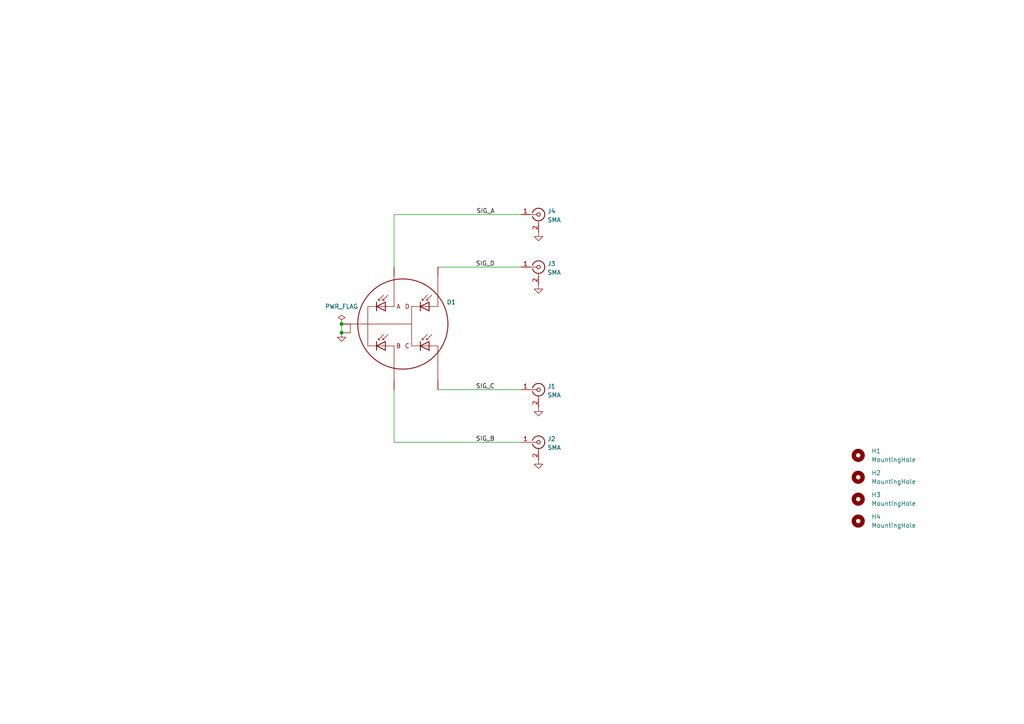
<source format=kicad_sch>
(kicad_sch (version 20230121) (generator eeschema)
  (paper "A4")
  (title_block (title "QPD-A1 Quad Photodiode Holder") (date "2023-04-04") (rev "A"))
  (lib_symbols
    (symbol "Mechanical:MountingHole" (pin_names (offset 1.016))
      (property "Reference" "H" (at 0 5.08 0))
      (property "Value" "MountingHole" (at 0 3.175 0))
      (symbol "MountingHole_0_1"
        (circle (center 0 0) (radius 1.27) (stroke (width 1.27)))
      )
    )
    (symbol "power:GND" (power) (pin_names (offset 0))
      (property "Value" "GND" (at 0 -3.81 0))
      (symbol "GND_0_1"
        (polyline (pts (xy 0 0) (xy 0 -1.27) (xy 1.27 -1.27) (xy 0 -2.54) (xy -1.27 -1.27) (xy 0 -1.27)))
      )
      (symbol "GND_1_1"
        (pin power_in line (at 0 0 270) (length 0) hide (name "GND") (number "1"))
      )
    )
    (symbol "power:PWR_FLAG" (power) (pin_numbers hide) (pin_names (offset 0) hide)
      (property "Value" "PWR_FLAG" (at 0 3.81 0))
      (symbol "PWR_FLAG_0_0"
        (pin power_out line (at 0 0 90) (length 0) (name "pwr") (number "1"))
      )
      (symbol "PWR_FLAG_0_1"
        (polyline (pts (xy 0 0) (xy 0 1.27) (xy -1.016 1.905) (xy 0 2.54) (xy 1.016 1.905) (xy 0 1.27)))
      )
    )
    (symbol "user_Connector_Coaxial:Molex_73100-0114"
      (property "Reference" "J1" (at 5.08 0.9769 0))
      (property "Value" "Molex_73100-0114" (at 5.08 -1.5631 0))
      (symbol "Molex_73100-0114_0_1"
        (arc (start -1.778 -0.508) (mid 0.222 -1.808) (end 1.778 0) (stroke (width 0.254)))
        (polyline (pts (xy -2.54 0) (xy -0.508 0)))
        (polyline (pts (xy 0 -2.54) (xy 0 -1.905)))
        (circle (center 0 0) (radius 0.508) (stroke (width 0.2032)))
        (arc (start 1.778 0) (mid 0.222 1.8083) (end -1.778 0.508) (stroke (width 0.254)))
      )
      (symbol "Molex_73100-0114_1_1"
        (pin passive line (at -5.08 0 0) (length 2.54) (name "") (number "1"))
        (pin passive line (at 0 -5.08 90) (length 2.54) (name "") (number "2"))
        (pin passive line (at 0 -5.08 90) (length 2.54) hide (name "") (number "3"))
        (pin passive line (at 0 -5.08 90) (length 2.54) hide (name "") (number "4"))
        (pin passive line (at 0 -5.08 90) (length 2.54) hide (name "") (number "5"))
      )
    )
    (symbol "user_Sensor_Optical:quadrant_photodiode" (pin_numbers hide) (pin_names hide)
      (property "Reference" "D1" (at 12.7 6.35 0))
      (symbol "quadrant_photodiode_0_0"
        (text "A" (at -1.27 5.08 0) (effects (font (size 1.27 1.27))))
        (text "B" (at -1.27 -6.35 0) (effects (font (size 1.27 1.27))))
        (text "C" (at 1.27 -6.35 0) (effects (font (size 1.27 1.27))))
        (text "D" (at 1.27 5.08 0) (effects (font (size 1.27 1.27))))
      )
      (symbol "quadrant_photodiode_0_1"
        (polyline (pts (xy -15.24 0) (xy -15.24 -2.54)))
        (polyline (pts (xy -10.16 5.08) (xy -10.16 -6.35)))
        (polyline (pts (xy -10.16 5.08) (xy -7.62 5.08)))
        (polyline (pts (xy -7.62 -6.35) (xy -10.16 -6.35)))
        (polyline (pts (xy -7.62 -5.08) (xy -7.62 -7.62)) (stroke (width 0.254)))
        (polyline (pts (xy -7.62 6.35) (xy -7.62 3.81)) (stroke (width 0.254)))
        (polyline (pts (xy -7.112 -4.572) (xy -6.604 -4.572)))
        (polyline (pts (xy -7.112 6.858) (xy -6.604 6.858)))
        (polyline (pts (xy -5.08 -6.35) (xy -7.62 -6.35)))
        (polyline (pts (xy -5.08 5.08) (xy -7.62 5.08)))
        (polyline (pts (xy -5.08 5.08) (xy -2.54 5.08)))
        (polyline (pts (xy -2.54 -6.35) (xy -5.08 -6.35)))
        (polyline (pts (xy -2.54 -6.35) (xy -2.54 -16.51)))
        (polyline (pts (xy 2.54 -6.35) (xy 5.08 -6.35)))
        (polyline (pts (xy 2.54 0) (xy -15.24 0)))
        (polyline (pts (xy 2.54 5.08) (xy 2.54 -6.35)))
        (polyline (pts (xy 5.08 -5.08) (xy 5.08 -7.62)) (stroke (width 0.254)))
        (polyline (pts (xy 5.08 5.08) (xy 2.54 5.08)))
        (polyline (pts (xy 5.08 6.35) (xy 5.08 3.81)) (stroke (width 0.254)))
        (polyline (pts (xy 5.588 -4.572) (xy 6.096 -4.572)))
        (polyline (pts (xy 5.588 6.858) (xy 6.096 6.858)))
        (polyline (pts (xy 7.62 -6.35) (xy 5.08 -6.35)))
        (polyline (pts (xy 7.62 -6.35) (xy 10.16 -6.35)))
        (polyline (pts (xy 7.62 5.08) (xy 5.08 5.08)))
        (polyline (pts (xy 7.62 5.08) (xy 10.16 5.08)))
        (polyline (pts (xy 10.16 -6.35) (xy 10.16 -16.51)))
        (polyline (pts (xy 10.16 5.08) (xy 10.16 13.97)))
        (polyline (pts (xy -5.588 -3.048) (xy -7.112 -4.572) (xy -7.112 -4.064)))
        (polyline (pts (xy -5.588 8.382) (xy -7.112 6.858) (xy -7.112 7.366)))
        (polyline (pts (xy -2.54 5.08) (xy -2.54 8.89) (xy -2.54 13.97)))
        (polyline (pts (xy 7.112 -3.048) (xy 5.588 -4.572) (xy 5.588 -4.064)))
        (polyline (pts (xy 7.112 8.382) (xy 5.588 6.858) (xy 5.588 7.366)))
        (polyline (pts (xy -5.08 -7.62) (xy -5.08 -5.08) (xy -7.62 -6.35) (xy -5.08 -7.62)) (stroke (width 0.254)))
        (polyline (pts (xy -5.08 3.81) (xy -5.08 6.35) (xy -7.62 5.08) (xy -5.08 3.81)) (stroke (width 0.254)))
        (polyline (pts (xy 7.62 -7.62) (xy 7.62 -5.08) (xy 5.08 -6.35) (xy 7.62 -7.62)) (stroke (width 0.254)))
        (polyline (pts (xy 7.62 3.81) (xy 7.62 6.35) (xy 5.08 5.08) (xy 7.62 3.81)) (stroke (width 0.254)))
        (polyline (pts (xy -4.318 -3.048) (xy -5.842 -4.572) (xy -5.842 -4.064) (xy -5.842 -4.572) (xy -5.334 -4.572)))
        (polyline (pts (xy -4.318 8.382) (xy -5.842 6.858) (xy -5.842 7.366) (xy -5.842 6.858) (xy -5.334 6.858)))
        (polyline (pts (xy 8.382 -3.048) (xy 6.858 -4.572) (xy 6.858 -4.064) (xy 6.858 -4.572) (xy 7.366 -4.572)))
        (polyline (pts (xy 8.382 8.382) (xy 6.858 6.858) (xy 6.858 7.366) (xy 6.858 6.858) (xy 7.366 6.858)))
        (circle (center 0 0) (radius 13.0755) (stroke (width 0.25)))
      )
      (symbol "quadrant_photodiode_1_1"
        (pin passive line (at 10.16 16.51 270) (length 2.54) (name "Anode_D") (number "1"))
        (pin passive line (at -17.78 -2.54 0) (length 2.54) (name "Cathode") (number "10"))
        (pin passive line (at -2.54 16.51 270) (length 2.54) (name "Anode_A") (number "4"))
        (pin passive line (at -17.78 0 0) (length 2.54) (name "Cathode") (number "5"))
        (pin passive line (at -2.54 -19.05 90) (length 2.54) (name "Anode_B") (number "6"))
        (pin passive line (at 10.16 -19.05 90) (length 2.54) (name "Anode_C") (number "9"))
      )
    )
  )
  (junction (at 99.06 93.98))
  (junction (at 99.06 96.52))
  (wire (pts (xy 127 77.47) (xy 151.13 77.47)))
  (wire (pts (xy 114.3 62.23) (xy 151.13 62.23)))
  (wire (pts (xy 114.3 128.27) (xy 151.13 128.27)))
  (wire (pts (xy 99.06 96.52) (xy 99.06 93.98)))
  (wire (pts (xy 114.3 113.03) (xy 114.3 128.27)))
  (wire (pts (xy 127 113.03) (xy 151.13 113.03)))
  (wire (pts (xy 114.3 62.23) (xy 114.3 77.47)))
  (label "SIG_D" (at 143.51 77.47 180))
  (label "SIG_C" (at 143.51 113.03 180))
  (label "SIG_B" (at 143.51 128.27 180))
  (label "SIG_A" (at 143.51 62.23 180))
  (symbol (lib_id "Mechanical:MountingHole") (at 248.92 144.78 270) (unit 1)
    (property "Reference" "H3" (at 252.73 143.5099 90) (effects (justify left)))
    (property "Value" "MountingHole" (at 252.73 146.0499 90) (effects (justify left)))
    (property "Footprint" "MountingHole:MountingHole_3.2mm_M3_DIN965" (effects hide))
  )
  (symbol (lib_id "user_Sensor_Optical:quadrant_photodiode") (at 116.84 93.98 0) (unit 1)
    (property "Reference" "D1" (at 129.54 87.63 0) (effects (justify left)))
    (property "Value" "quadrant_photodiode" (effects hide))
    (property "Footprint" "user_Package_TO_SOT_THT:TO-5-10 S4349" (effects hide))
  )
  (symbol (lib_id "user_Connector_Coaxial:Molex_73100-0114") (at 156.21 113.03 0) (unit 1)
    (property "Reference" "J1" (at 158.75 112.0532 0) (effects (justify left)))
    (property "Value" "SMA" (at 158.75 114.5932 0) (effects (justify left)))
    (property "Footprint" "Connector_Coaxial:SMA_Amphenol_132291_Vertical" (effects hide))
  )
  (symbol (lib_id "Mechanical:MountingHole") (at 248.92 132.08 270) (unit 1)
    (property "Reference" "H1" (at 252.73 130.8099 90) (effects (justify left)))
    (property "Value" "MountingHole" (at 252.73 133.3499 90) (effects (justify left)))
    (property "Footprint" "MountingHole:MountingHole_3.2mm_M3_DIN965" (effects hide))
  )
  (symbol (lib_id "Mechanical:MountingHole") (at 248.92 151.13 270) (unit 1)
    (property "Reference" "H4" (at 252.73 149.8599 90) (effects (justify left)))
    (property "Value" "MountingHole" (at 252.73 152.3999 90) (effects (justify left)))
    (property "Footprint" "MountingHole:MountingHole_3.2mm_M3_DIN965" (effects hide))
  )
  (symbol (lib_id "power:GND") (at 156.21 133.35 0) (unit 1)
    (property "Reference" "#PWR04" (effects hide))
    (property "Value" "GND" (effects hide))
  )
  (symbol (lib_id "power:GND") (at 156.21 82.55 0) (unit 1)
    (property "Reference" "#PWR05" (effects hide))
    (property "Value" "GND" (effects hide))
  )
  (symbol (lib_id "Mechanical:MountingHole") (at 248.92 138.43 270) (unit 1)
    (property "Reference" "H2" (at 252.73 137.1599 90) (effects (justify left)))
    (property "Value" "MountingHole" (at 252.73 139.6999 90) (effects (justify left)))
    (property "Footprint" "MountingHole:MountingHole_3.2mm_M3_DIN965" (effects hide))
  )
  (symbol (lib_id "power:GND") (at 156.21 118.11 0) (unit 1)
    (property "Reference" "#PWR03" (effects hide))
    (property "Value" "GND" (effects hide))
  )
  (symbol (lib_id "user_Connector_Coaxial:Molex_73100-0114") (at 156.21 62.23 0) (unit 1)
    (property "Reference" "J4" (at 158.75 61.2532 0) (effects (justify left)))
    (property "Value" "SMA" (at 158.75 63.7932 0) (effects (justify left)))
    (property "Footprint" "Connector_Coaxial:SMA_Amphenol_132291_Vertical" (effects hide))
  )
  (symbol (lib_id "power:GND") (at 156.21 67.31 0) (unit 1)
    (property "Reference" "#PWR06" (effects hide))
    (property "Value" "GND" (effects hide))
  )
  (symbol (lib_id "user_Connector_Coaxial:Molex_73100-0114") (at 156.21 77.47 0) (unit 1)
    (property "Reference" "J3" (at 158.75 76.4932 0) (effects (justify left)))
    (property "Value" "SMA" (at 158.75 79.0332 0) (effects (justify left)))
    (property "Footprint" "Connector_Coaxial:SMA_Amphenol_132291_Vertical" (effects hide))
  )
  (symbol (lib_id "power:GND") (at 99.06 96.52 0) (unit 1)
    (property "Reference" "#PWR02" (effects hide))
    (property "Value" "GND" (effects hide))
  )
  (symbol (lib_id "user_Connector_Coaxial:Molex_73100-0114") (at 156.21 128.27 0) (unit 1)
    (property "Reference" "J2" (at 158.75 127.2932 0) (effects (justify left)))
    (property "Value" "SMA" (at 158.75 129.8332 0) (effects (justify left)))
    (property "Footprint" "Connector_Coaxial:SMA_Amphenol_132291_Vertical" (effects hide))
  )
  (symbol (lib_id "power:PWR_FLAG") (at 99.06 93.98 0) (unit 1)
    (property "Reference" "#FLG01" (effects hide))
    (property "Value" "PWR_FLAG" (at 99.06 88.9 0))
  )
)
</source>
